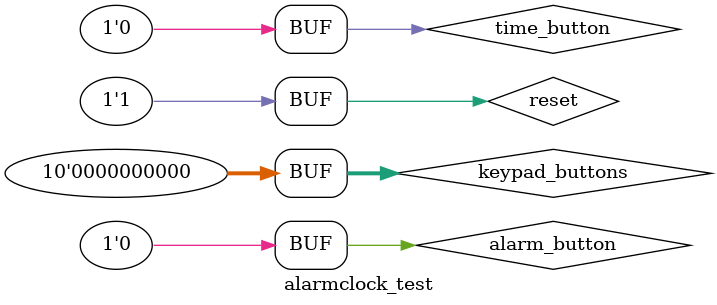
<source format=v>

module alarmclock_test();
  reg clk;
  reg reset;
  reg alarm_button;
  reg time_button;
  reg[9:0] keypad_buttons;
  alarmclock clock(
  clk, 
  reset,
  alarm_button, 
  time_button,
  keypad_buttons
);

initial begin
//first wait 6,666,240 (434 minutes or 7:14 time)
keypad_buttons = 9'h0;
alarm_button = 0;
time_button = 0;
#1 reset = 0;
#1 reset = 1;
//first wait 6,666,240 (434 minutes or 7:14 time) 
#6666245 
//show alarm time for 10 minutes
#1 alarm_button = 1;
#153601 alarm_button = 0;
//should show the time as 7:24ish when you get here
#1 alarm_button = 0;
//keypad simulate pressing of 04:35 and setting the current time to that
//0 (bit 0)
#10 keypad_buttons = 10'h1;
#10 keypad_buttons = 10'h0;
//4 (bit 4)
#10 keypad_buttons = 10'h10;
#10 keypad_buttons = 10'h0;
//3 (bit 4)
#10 keypad_buttons = 10'h8;
#10 keypad_buttons = 10'h0;
//5 (bit 4)
#10 keypad_buttons = 10'h20;
#10 keypad_buttons = 10'h0;
//now simulate time button to set the alarm time
#1 time_button = 1;
#1 time_button = 0;
end
endmodule

</source>
